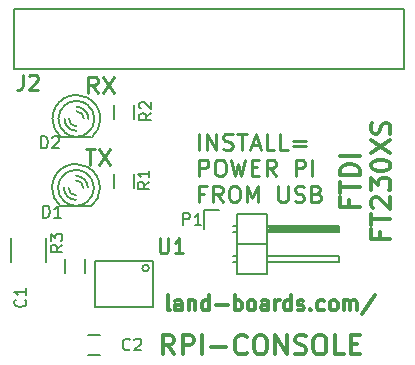
<source format=gto>
G04 #@! TF.FileFunction,Legend,Top*
%FSLAX46Y46*%
G04 Gerber Fmt 4.6, Leading zero omitted, Abs format (unit mm)*
G04 Created by KiCad (PCBNEW 4.0.1-stable) date 7/13/2016 10:57:54 AM*
%MOMM*%
G01*
G04 APERTURE LIST*
%ADD10C,0.150000*%
%ADD11C,0.254000*%
%ADD12C,0.300000*%
%ADD13C,0.127000*%
%ADD14C,0.203200*%
G04 APERTURE END LIST*
D10*
D11*
X144663048Y-85424976D02*
X145461333Y-85424976D01*
X145062190Y-86821976D02*
X145062190Y-85424976D01*
X145793952Y-85424976D02*
X146725286Y-86821976D01*
X146725286Y-85424976D02*
X145793952Y-86821976D01*
X145680905Y-80721976D02*
X145215238Y-80056738D01*
X144882619Y-80721976D02*
X144882619Y-79324976D01*
X145414810Y-79324976D01*
X145547857Y-79391500D01*
X145614381Y-79458024D01*
X145680905Y-79591071D01*
X145680905Y-79790643D01*
X145614381Y-79923690D01*
X145547857Y-79990214D01*
X145414810Y-80056738D01*
X144882619Y-80056738D01*
X146146571Y-79324976D02*
X147077905Y-80721976D01*
X147077905Y-79324976D02*
X146146571Y-80721976D01*
D12*
X166996371Y-89791690D02*
X166996371Y-90342024D01*
X167861181Y-90342024D02*
X166210181Y-90342024D01*
X166210181Y-89555833D01*
X166210181Y-89162738D02*
X166210181Y-88219309D01*
X167861181Y-88691024D02*
X166210181Y-88691024D01*
X167861181Y-87668976D02*
X166210181Y-87668976D01*
X166210181Y-87275881D01*
X166288800Y-87040023D01*
X166446038Y-86882785D01*
X166603276Y-86804166D01*
X166917752Y-86725547D01*
X167153610Y-86725547D01*
X167468086Y-86804166D01*
X167625324Y-86882785D01*
X167782562Y-87040023D01*
X167861181Y-87275881D01*
X167861181Y-87668976D01*
X167861181Y-86017976D02*
X166210181Y-86017976D01*
X169607771Y-92504047D02*
X169607771Y-93054381D01*
X170472581Y-93054381D02*
X168821581Y-93054381D01*
X168821581Y-92268190D01*
X168821581Y-91875095D02*
X168821581Y-90931666D01*
X170472581Y-91403381D02*
X168821581Y-91403381D01*
X168978819Y-90459952D02*
X168900200Y-90381333D01*
X168821581Y-90224095D01*
X168821581Y-89830999D01*
X168900200Y-89673761D01*
X168978819Y-89595142D01*
X169136057Y-89516523D01*
X169293295Y-89516523D01*
X169529152Y-89595142D01*
X170472581Y-90538571D01*
X170472581Y-89516523D01*
X168821581Y-88966190D02*
X168821581Y-87944142D01*
X169450533Y-88494476D01*
X169450533Y-88258618D01*
X169529152Y-88101380D01*
X169607771Y-88022761D01*
X169765010Y-87944142D01*
X170158105Y-87944142D01*
X170315343Y-88022761D01*
X170393962Y-88101380D01*
X170472581Y-88258618D01*
X170472581Y-88730333D01*
X170393962Y-88887571D01*
X170315343Y-88966190D01*
X168821581Y-86922095D02*
X168821581Y-86764856D01*
X168900200Y-86607618D01*
X168978819Y-86528999D01*
X169136057Y-86450380D01*
X169450533Y-86371761D01*
X169843629Y-86371761D01*
X170158105Y-86450380D01*
X170315343Y-86528999D01*
X170393962Y-86607618D01*
X170472581Y-86764856D01*
X170472581Y-86922095D01*
X170393962Y-87079333D01*
X170315343Y-87157952D01*
X170158105Y-87236571D01*
X169843629Y-87315190D01*
X169450533Y-87315190D01*
X169136057Y-87236571D01*
X168978819Y-87157952D01*
X168900200Y-87079333D01*
X168821581Y-86922095D01*
X168821581Y-85821428D02*
X170472581Y-84720761D01*
X168821581Y-84720761D02*
X170472581Y-85821428D01*
X170393962Y-84170428D02*
X170472581Y-83934571D01*
X170472581Y-83541475D01*
X170393962Y-83384237D01*
X170315343Y-83305618D01*
X170158105Y-83226999D01*
X170000867Y-83226999D01*
X169843629Y-83305618D01*
X169765010Y-83384237D01*
X169686390Y-83541475D01*
X169607771Y-83855952D01*
X169529152Y-84013190D01*
X169450533Y-84091809D01*
X169293295Y-84170428D01*
X169136057Y-84170428D01*
X168978819Y-84091809D01*
X168900200Y-84013190D01*
X168821581Y-83855952D01*
X168821581Y-83462856D01*
X168900200Y-83226999D01*
D11*
X154256619Y-85544176D02*
X154256619Y-84147176D01*
X154921857Y-85544176D02*
X154921857Y-84147176D01*
X155720143Y-85544176D01*
X155720143Y-84147176D01*
X156318857Y-85477652D02*
X156518429Y-85544176D01*
X156851048Y-85544176D01*
X156984095Y-85477652D01*
X157050619Y-85411129D01*
X157117143Y-85278081D01*
X157117143Y-85145033D01*
X157050619Y-85011986D01*
X156984095Y-84945462D01*
X156851048Y-84878938D01*
X156584952Y-84812414D01*
X156451905Y-84745890D01*
X156385381Y-84679367D01*
X156318857Y-84546319D01*
X156318857Y-84413271D01*
X156385381Y-84280224D01*
X156451905Y-84213700D01*
X156584952Y-84147176D01*
X156917572Y-84147176D01*
X157117143Y-84213700D01*
X157516286Y-84147176D02*
X158314571Y-84147176D01*
X157915428Y-85544176D02*
X157915428Y-84147176D01*
X158713714Y-85145033D02*
X159378952Y-85145033D01*
X158580667Y-85544176D02*
X159046333Y-84147176D01*
X159512000Y-85544176D01*
X160642905Y-85544176D02*
X159977667Y-85544176D01*
X159977667Y-84147176D01*
X161773810Y-85544176D02*
X161108572Y-85544176D01*
X161108572Y-84147176D01*
X162239477Y-84812414D02*
X163303858Y-84812414D01*
X163303858Y-85211557D02*
X162239477Y-85211557D01*
X154256619Y-87753976D02*
X154256619Y-86356976D01*
X154788810Y-86356976D01*
X154921857Y-86423500D01*
X154988381Y-86490024D01*
X155054905Y-86623071D01*
X155054905Y-86822643D01*
X154988381Y-86955690D01*
X154921857Y-87022214D01*
X154788810Y-87088738D01*
X154256619Y-87088738D01*
X155919714Y-86356976D02*
X156185810Y-86356976D01*
X156318857Y-86423500D01*
X156451905Y-86556548D01*
X156518429Y-86822643D01*
X156518429Y-87288310D01*
X156451905Y-87554405D01*
X156318857Y-87687452D01*
X156185810Y-87753976D01*
X155919714Y-87753976D01*
X155786667Y-87687452D01*
X155653619Y-87554405D01*
X155587095Y-87288310D01*
X155587095Y-86822643D01*
X155653619Y-86556548D01*
X155786667Y-86423500D01*
X155919714Y-86356976D01*
X156984095Y-86356976D02*
X157316714Y-87753976D01*
X157582810Y-86756119D01*
X157848905Y-87753976D01*
X158181524Y-86356976D01*
X158713714Y-87022214D02*
X159179381Y-87022214D01*
X159378952Y-87753976D02*
X158713714Y-87753976D01*
X158713714Y-86356976D01*
X159378952Y-86356976D01*
X160775952Y-87753976D02*
X160310285Y-87088738D01*
X159977666Y-87753976D02*
X159977666Y-86356976D01*
X160509857Y-86356976D01*
X160642904Y-86423500D01*
X160709428Y-86490024D01*
X160775952Y-86623071D01*
X160775952Y-86822643D01*
X160709428Y-86955690D01*
X160642904Y-87022214D01*
X160509857Y-87088738D01*
X159977666Y-87088738D01*
X162439047Y-87753976D02*
X162439047Y-86356976D01*
X162971238Y-86356976D01*
X163104285Y-86423500D01*
X163170809Y-86490024D01*
X163237333Y-86623071D01*
X163237333Y-86822643D01*
X163170809Y-86955690D01*
X163104285Y-87022214D01*
X162971238Y-87088738D01*
X162439047Y-87088738D01*
X163836047Y-87753976D02*
X163836047Y-86356976D01*
X154722286Y-89232014D02*
X154256619Y-89232014D01*
X154256619Y-89963776D02*
X154256619Y-88566776D01*
X154921857Y-88566776D01*
X156252334Y-89963776D02*
X155786667Y-89298538D01*
X155454048Y-89963776D02*
X155454048Y-88566776D01*
X155986239Y-88566776D01*
X156119286Y-88633300D01*
X156185810Y-88699824D01*
X156252334Y-88832871D01*
X156252334Y-89032443D01*
X156185810Y-89165490D01*
X156119286Y-89232014D01*
X155986239Y-89298538D01*
X155454048Y-89298538D01*
X157117143Y-88566776D02*
X157383239Y-88566776D01*
X157516286Y-88633300D01*
X157649334Y-88766348D01*
X157715858Y-89032443D01*
X157715858Y-89498110D01*
X157649334Y-89764205D01*
X157516286Y-89897252D01*
X157383239Y-89963776D01*
X157117143Y-89963776D01*
X156984096Y-89897252D01*
X156851048Y-89764205D01*
X156784524Y-89498110D01*
X156784524Y-89032443D01*
X156851048Y-88766348D01*
X156984096Y-88633300D01*
X157117143Y-88566776D01*
X158314572Y-89963776D02*
X158314572Y-88566776D01*
X158780239Y-89564633D01*
X159245905Y-88566776D01*
X159245905Y-89963776D01*
X160975524Y-88566776D02*
X160975524Y-89697681D01*
X161042048Y-89830729D01*
X161108572Y-89897252D01*
X161241619Y-89963776D01*
X161507715Y-89963776D01*
X161640762Y-89897252D01*
X161707286Y-89830729D01*
X161773810Y-89697681D01*
X161773810Y-88566776D01*
X162372524Y-89897252D02*
X162572096Y-89963776D01*
X162904715Y-89963776D01*
X163037762Y-89897252D01*
X163104286Y-89830729D01*
X163170810Y-89697681D01*
X163170810Y-89564633D01*
X163104286Y-89431586D01*
X163037762Y-89365062D01*
X162904715Y-89298538D01*
X162638619Y-89232014D01*
X162505572Y-89165490D01*
X162439048Y-89098967D01*
X162372524Y-88965919D01*
X162372524Y-88832871D01*
X162439048Y-88699824D01*
X162505572Y-88633300D01*
X162638619Y-88566776D01*
X162971239Y-88566776D01*
X163170810Y-88633300D01*
X164235191Y-89232014D02*
X164434762Y-89298538D01*
X164501286Y-89365062D01*
X164567810Y-89498110D01*
X164567810Y-89697681D01*
X164501286Y-89830729D01*
X164434762Y-89897252D01*
X164301715Y-89963776D01*
X163769524Y-89963776D01*
X163769524Y-88566776D01*
X164235191Y-88566776D01*
X164368238Y-88633300D01*
X164434762Y-88699824D01*
X164501286Y-88832871D01*
X164501286Y-88965919D01*
X164434762Y-89098967D01*
X164368238Y-89165490D01*
X164235191Y-89232014D01*
X163769524Y-89232014D01*
D12*
X151777095Y-99126524D02*
X151656142Y-99066048D01*
X151595666Y-98945095D01*
X151595666Y-97856524D01*
X152805190Y-99126524D02*
X152805190Y-98461286D01*
X152744713Y-98340333D01*
X152623761Y-98279857D01*
X152381856Y-98279857D01*
X152260904Y-98340333D01*
X152805190Y-99066048D02*
X152684237Y-99126524D01*
X152381856Y-99126524D01*
X152260904Y-99066048D01*
X152200428Y-98945095D01*
X152200428Y-98824143D01*
X152260904Y-98703190D01*
X152381856Y-98642714D01*
X152684237Y-98642714D01*
X152805190Y-98582238D01*
X153409952Y-98279857D02*
X153409952Y-99126524D01*
X153409952Y-98400810D02*
X153470428Y-98340333D01*
X153591381Y-98279857D01*
X153772809Y-98279857D01*
X153893761Y-98340333D01*
X153954238Y-98461286D01*
X153954238Y-99126524D01*
X155103286Y-99126524D02*
X155103286Y-97856524D01*
X155103286Y-99066048D02*
X154982333Y-99126524D01*
X154740429Y-99126524D01*
X154619476Y-99066048D01*
X154559000Y-99005571D01*
X154498524Y-98884619D01*
X154498524Y-98521762D01*
X154559000Y-98400810D01*
X154619476Y-98340333D01*
X154740429Y-98279857D01*
X154982333Y-98279857D01*
X155103286Y-98340333D01*
X155708048Y-98642714D02*
X156675667Y-98642714D01*
X157280429Y-99126524D02*
X157280429Y-97856524D01*
X157280429Y-98340333D02*
X157401381Y-98279857D01*
X157643286Y-98279857D01*
X157764238Y-98340333D01*
X157824715Y-98400810D01*
X157885191Y-98521762D01*
X157885191Y-98884619D01*
X157824715Y-99005571D01*
X157764238Y-99066048D01*
X157643286Y-99126524D01*
X157401381Y-99126524D01*
X157280429Y-99066048D01*
X158610906Y-99126524D02*
X158489953Y-99066048D01*
X158429477Y-99005571D01*
X158369001Y-98884619D01*
X158369001Y-98521762D01*
X158429477Y-98400810D01*
X158489953Y-98340333D01*
X158610906Y-98279857D01*
X158792334Y-98279857D01*
X158913286Y-98340333D01*
X158973763Y-98400810D01*
X159034239Y-98521762D01*
X159034239Y-98884619D01*
X158973763Y-99005571D01*
X158913286Y-99066048D01*
X158792334Y-99126524D01*
X158610906Y-99126524D01*
X160122811Y-99126524D02*
X160122811Y-98461286D01*
X160062334Y-98340333D01*
X159941382Y-98279857D01*
X159699477Y-98279857D01*
X159578525Y-98340333D01*
X160122811Y-99066048D02*
X160001858Y-99126524D01*
X159699477Y-99126524D01*
X159578525Y-99066048D01*
X159518049Y-98945095D01*
X159518049Y-98824143D01*
X159578525Y-98703190D01*
X159699477Y-98642714D01*
X160001858Y-98642714D01*
X160122811Y-98582238D01*
X160727573Y-99126524D02*
X160727573Y-98279857D01*
X160727573Y-98521762D02*
X160788049Y-98400810D01*
X160848525Y-98340333D01*
X160969478Y-98279857D01*
X161090430Y-98279857D01*
X162058049Y-99126524D02*
X162058049Y-97856524D01*
X162058049Y-99066048D02*
X161937096Y-99126524D01*
X161695192Y-99126524D01*
X161574239Y-99066048D01*
X161513763Y-99005571D01*
X161453287Y-98884619D01*
X161453287Y-98521762D01*
X161513763Y-98400810D01*
X161574239Y-98340333D01*
X161695192Y-98279857D01*
X161937096Y-98279857D01*
X162058049Y-98340333D01*
X162602335Y-99066048D02*
X162723287Y-99126524D01*
X162965192Y-99126524D01*
X163086144Y-99066048D01*
X163146620Y-98945095D01*
X163146620Y-98884619D01*
X163086144Y-98763667D01*
X162965192Y-98703190D01*
X162783763Y-98703190D01*
X162662811Y-98642714D01*
X162602335Y-98521762D01*
X162602335Y-98461286D01*
X162662811Y-98340333D01*
X162783763Y-98279857D01*
X162965192Y-98279857D01*
X163086144Y-98340333D01*
X163690906Y-99005571D02*
X163751382Y-99066048D01*
X163690906Y-99126524D01*
X163630430Y-99066048D01*
X163690906Y-99005571D01*
X163690906Y-99126524D01*
X164839954Y-99066048D02*
X164719001Y-99126524D01*
X164477097Y-99126524D01*
X164356144Y-99066048D01*
X164295668Y-99005571D01*
X164235192Y-98884619D01*
X164235192Y-98521762D01*
X164295668Y-98400810D01*
X164356144Y-98340333D01*
X164477097Y-98279857D01*
X164719001Y-98279857D01*
X164839954Y-98340333D01*
X165565668Y-99126524D02*
X165444715Y-99066048D01*
X165384239Y-99005571D01*
X165323763Y-98884619D01*
X165323763Y-98521762D01*
X165384239Y-98400810D01*
X165444715Y-98340333D01*
X165565668Y-98279857D01*
X165747096Y-98279857D01*
X165868048Y-98340333D01*
X165928525Y-98400810D01*
X165989001Y-98521762D01*
X165989001Y-98884619D01*
X165928525Y-99005571D01*
X165868048Y-99066048D01*
X165747096Y-99126524D01*
X165565668Y-99126524D01*
X166533287Y-99126524D02*
X166533287Y-98279857D01*
X166533287Y-98400810D02*
X166593763Y-98340333D01*
X166714716Y-98279857D01*
X166896144Y-98279857D01*
X167017096Y-98340333D01*
X167077573Y-98461286D01*
X167077573Y-99126524D01*
X167077573Y-98461286D02*
X167138049Y-98340333D01*
X167259001Y-98279857D01*
X167440430Y-98279857D01*
X167561382Y-98340333D01*
X167621858Y-98461286D01*
X167621858Y-99126524D01*
X169133763Y-97796048D02*
X168045191Y-99428905D01*
X152161120Y-102854881D02*
X151610786Y-102068690D01*
X151217691Y-102854881D02*
X151217691Y-101203881D01*
X151846644Y-101203881D01*
X152003882Y-101282500D01*
X152082501Y-101361119D01*
X152161120Y-101518357D01*
X152161120Y-101754214D01*
X152082501Y-101911452D01*
X152003882Y-101990071D01*
X151846644Y-102068690D01*
X151217691Y-102068690D01*
X152868691Y-102854881D02*
X152868691Y-101203881D01*
X153497644Y-101203881D01*
X153654882Y-101282500D01*
X153733501Y-101361119D01*
X153812120Y-101518357D01*
X153812120Y-101754214D01*
X153733501Y-101911452D01*
X153654882Y-101990071D01*
X153497644Y-102068690D01*
X152868691Y-102068690D01*
X154519691Y-102854881D02*
X154519691Y-101203881D01*
X155305881Y-102225929D02*
X156563786Y-102225929D01*
X158293405Y-102697643D02*
X158214786Y-102776262D01*
X157978929Y-102854881D01*
X157821691Y-102854881D01*
X157585833Y-102776262D01*
X157428595Y-102619024D01*
X157349976Y-102461786D01*
X157271357Y-102147310D01*
X157271357Y-101911452D01*
X157349976Y-101596976D01*
X157428595Y-101439738D01*
X157585833Y-101282500D01*
X157821691Y-101203881D01*
X157978929Y-101203881D01*
X158214786Y-101282500D01*
X158293405Y-101361119D01*
X159315452Y-101203881D02*
X159629929Y-101203881D01*
X159787167Y-101282500D01*
X159944405Y-101439738D01*
X160023024Y-101754214D01*
X160023024Y-102304548D01*
X159944405Y-102619024D01*
X159787167Y-102776262D01*
X159629929Y-102854881D01*
X159315452Y-102854881D01*
X159158214Y-102776262D01*
X159000976Y-102619024D01*
X158922357Y-102304548D01*
X158922357Y-101754214D01*
X159000976Y-101439738D01*
X159158214Y-101282500D01*
X159315452Y-101203881D01*
X160730595Y-102854881D02*
X160730595Y-101203881D01*
X161674024Y-102854881D01*
X161674024Y-101203881D01*
X162381595Y-102776262D02*
X162617452Y-102854881D01*
X163010548Y-102854881D01*
X163167786Y-102776262D01*
X163246405Y-102697643D01*
X163325024Y-102540405D01*
X163325024Y-102383167D01*
X163246405Y-102225929D01*
X163167786Y-102147310D01*
X163010548Y-102068690D01*
X162696071Y-101990071D01*
X162538833Y-101911452D01*
X162460214Y-101832833D01*
X162381595Y-101675595D01*
X162381595Y-101518357D01*
X162460214Y-101361119D01*
X162538833Y-101282500D01*
X162696071Y-101203881D01*
X163089167Y-101203881D01*
X163325024Y-101282500D01*
X164347071Y-101203881D02*
X164661548Y-101203881D01*
X164818786Y-101282500D01*
X164976024Y-101439738D01*
X165054643Y-101754214D01*
X165054643Y-102304548D01*
X164976024Y-102619024D01*
X164818786Y-102776262D01*
X164661548Y-102854881D01*
X164347071Y-102854881D01*
X164189833Y-102776262D01*
X164032595Y-102619024D01*
X163953976Y-102304548D01*
X163953976Y-101754214D01*
X164032595Y-101439738D01*
X164189833Y-101282500D01*
X164347071Y-101203881D01*
X166548405Y-102854881D02*
X165762214Y-102854881D01*
X165762214Y-101203881D01*
X167098738Y-101990071D02*
X167649072Y-101990071D01*
X167884929Y-102854881D02*
X167098738Y-102854881D01*
X167098738Y-101203881D01*
X167884929Y-101203881D01*
D10*
X138325000Y-93000000D02*
X138325000Y-95000000D01*
X141275000Y-95000000D02*
X141275000Y-93000000D01*
D13*
X150382500Y-94907500D02*
X145429500Y-94907500D01*
X145429500Y-94907500D02*
X145429500Y-98844500D01*
X145429500Y-98844500D02*
X150382500Y-98844500D01*
X150382500Y-98844500D02*
X150382500Y-94907500D01*
X150031481Y-95542500D02*
G75*
G03X150031481Y-95542500I-283981J0D01*
G01*
D14*
X138635000Y-78715000D02*
X171655000Y-78715000D01*
X171655000Y-73635000D02*
X138635000Y-73635000D01*
X138635000Y-73635000D02*
X138635000Y-78715000D01*
X171655000Y-78715000D02*
X171655000Y-73635000D01*
D10*
X142572000Y-90322800D02*
X145112000Y-90322800D01*
X144817527Y-87577136D02*
G75*
G03X143842000Y-87224000I-975527J-1170864D01*
G01*
X143841531Y-87225889D02*
G75*
G03X142831080Y-87610080I469J-1522111D01*
G01*
X143842034Y-90270147D02*
G75*
G03X144832600Y-89903700I-34J1522147D01*
G01*
X142866473Y-89918864D02*
G75*
G03X143842000Y-90272000I975527J1170864D01*
G01*
X144729155Y-89987166D02*
G75*
G03X145366000Y-88748000I-887155J1239166D01*
G01*
X145366000Y-88747199D02*
G75*
G03X144756400Y-87528800I-1524000J-801D01*
G01*
X142319794Y-88748442D02*
G75*
G03X142907280Y-89949420I1522206J442D01*
G01*
X142905829Y-87545436D02*
G75*
G03X142318000Y-88748000I936171J-1202564D01*
G01*
X144477000Y-88748000D02*
G75*
G03X143842000Y-88113000I-635000J0D01*
G01*
X144858000Y-88748000D02*
G75*
G03X143842000Y-87732000I-1016000J0D01*
G01*
X143207000Y-88748000D02*
G75*
G03X143842000Y-89383000I635000J0D01*
G01*
X142826000Y-88748000D02*
G75*
G03X143842000Y-89764000I1016000J0D01*
G01*
X145145426Y-90306880D02*
G75*
G03X145874000Y-88748000I-1303426J1558880D01*
G01*
X145871460Y-88747025D02*
G75*
G03X144797040Y-86957300I-2029460J-975D01*
G01*
X141812614Y-88750552D02*
G75*
G03X142531360Y-90297400I2029386J2552D01*
G01*
X142832149Y-86984701D02*
G75*
G03X141810000Y-88748000I1009851J-1763299D01*
G01*
X144805347Y-86958870D02*
G75*
G03X143842000Y-86716000I-963347J-1789130D01*
G01*
X143841900Y-86717077D02*
G75*
G03X142777740Y-87018260I100J-2030923D01*
G01*
X142610000Y-84478800D02*
X145150000Y-84478800D01*
X144855527Y-81733136D02*
G75*
G03X143880000Y-81380000I-975527J-1170864D01*
G01*
X143879531Y-81381889D02*
G75*
G03X142869080Y-81766080I469J-1522111D01*
G01*
X143880034Y-84426147D02*
G75*
G03X144870600Y-84059700I-34J1522147D01*
G01*
X142904473Y-84074864D02*
G75*
G03X143880000Y-84428000I975527J1170864D01*
G01*
X144767155Y-84143166D02*
G75*
G03X145404000Y-82904000I-887155J1239166D01*
G01*
X145404000Y-82903199D02*
G75*
G03X144794400Y-81684800I-1524000J-801D01*
G01*
X142357794Y-82904442D02*
G75*
G03X142945280Y-84105420I1522206J442D01*
G01*
X142943829Y-81701436D02*
G75*
G03X142356000Y-82904000I936171J-1202564D01*
G01*
X144515000Y-82904000D02*
G75*
G03X143880000Y-82269000I-635000J0D01*
G01*
X144896000Y-82904000D02*
G75*
G03X143880000Y-81888000I-1016000J0D01*
G01*
X143245000Y-82904000D02*
G75*
G03X143880000Y-83539000I635000J0D01*
G01*
X142864000Y-82904000D02*
G75*
G03X143880000Y-83920000I1016000J0D01*
G01*
X145183426Y-84462880D02*
G75*
G03X145912000Y-82904000I-1303426J1558880D01*
G01*
X145909460Y-82903025D02*
G75*
G03X144835040Y-81113300I-2029460J-975D01*
G01*
X141850614Y-82906552D02*
G75*
G03X142569360Y-84453400I2029386J2552D01*
G01*
X142870149Y-81140701D02*
G75*
G03X141848000Y-82904000I1009851J-1763299D01*
G01*
X144843347Y-81114870D02*
G75*
G03X143880000Y-80872000I-963347J-1789130D01*
G01*
X143879900Y-80873077D02*
G75*
G03X142815740Y-81174260I100J-2030923D01*
G01*
X144635000Y-94740000D02*
X144635000Y-95940000D01*
X142885000Y-95940000D02*
X142885000Y-94740000D01*
X144866000Y-102933000D02*
X145866000Y-102933000D01*
X145866000Y-101233000D02*
X144866000Y-101233000D01*
X148781000Y-87576500D02*
X148781000Y-88776500D01*
X147031000Y-88776500D02*
X147031000Y-87576500D01*
X148781000Y-81734500D02*
X148781000Y-82934500D01*
X147031000Y-82934500D02*
X147031000Y-81734500D01*
X154656000Y-90652000D02*
X154656000Y-92202000D01*
X155956000Y-90652000D02*
X154656000Y-90652000D01*
X160147000Y-92075000D02*
X165989000Y-92075000D01*
X165989000Y-92075000D02*
X165989000Y-92329000D01*
X165989000Y-92329000D02*
X160147000Y-92329000D01*
X160147000Y-92329000D02*
X160147000Y-92202000D01*
X160147000Y-92202000D02*
X165989000Y-92202000D01*
X157480000Y-91948000D02*
X157099000Y-91948000D01*
X157480000Y-92456000D02*
X157099000Y-92456000D01*
X157480000Y-94488000D02*
X157099000Y-94488000D01*
X157480000Y-94996000D02*
X157099000Y-94996000D01*
X157480000Y-90932000D02*
X160020000Y-90932000D01*
X157480000Y-93472000D02*
X160020000Y-93472000D01*
X157480000Y-93472000D02*
X157480000Y-96012000D01*
X157480000Y-96012000D02*
X160020000Y-96012000D01*
X160020000Y-94488000D02*
X166116000Y-94488000D01*
X166116000Y-94488000D02*
X166116000Y-94996000D01*
X166116000Y-94996000D02*
X160020000Y-94996000D01*
X160020000Y-96012000D02*
X160020000Y-93472000D01*
X160020000Y-93472000D02*
X160020000Y-90932000D01*
X166116000Y-92456000D02*
X160020000Y-92456000D01*
X166116000Y-91948000D02*
X166116000Y-92456000D01*
X160020000Y-91948000D02*
X166116000Y-91948000D01*
X157480000Y-93472000D02*
X160020000Y-93472000D01*
X157480000Y-90932000D02*
X157480000Y-93472000D01*
X139537143Y-98216666D02*
X139584762Y-98264285D01*
X139632381Y-98407142D01*
X139632381Y-98502380D01*
X139584762Y-98645238D01*
X139489524Y-98740476D01*
X139394286Y-98788095D01*
X139203810Y-98835714D01*
X139060952Y-98835714D01*
X138870476Y-98788095D01*
X138775238Y-98740476D01*
X138680000Y-98645238D01*
X138632381Y-98502380D01*
X138632381Y-98407142D01*
X138680000Y-98264285D01*
X138727619Y-98216666D01*
X139632381Y-97264285D02*
X139632381Y-97835714D01*
X139632381Y-97550000D02*
X138632381Y-97550000D01*
X138775238Y-97645238D01*
X138870476Y-97740476D01*
X138918095Y-97835714D01*
D11*
X150924381Y-93030524D02*
X150924381Y-94058619D01*
X150984857Y-94179571D01*
X151045333Y-94240048D01*
X151166286Y-94300524D01*
X151408190Y-94300524D01*
X151529143Y-94240048D01*
X151589619Y-94179571D01*
X151650095Y-94058619D01*
X151650095Y-93030524D01*
X152920095Y-94300524D02*
X152194381Y-94300524D01*
X152557238Y-94300524D02*
X152557238Y-93030524D01*
X152436286Y-93211952D01*
X152315333Y-93332905D01*
X152194381Y-93393381D01*
X139354667Y-79162524D02*
X139354667Y-80069667D01*
X139294191Y-80251095D01*
X139173239Y-80372048D01*
X138991810Y-80432524D01*
X138870858Y-80432524D01*
X139898953Y-79283476D02*
X139959429Y-79223000D01*
X140080381Y-79162524D01*
X140382762Y-79162524D01*
X140503715Y-79223000D01*
X140564191Y-79283476D01*
X140624667Y-79404429D01*
X140624667Y-79525381D01*
X140564191Y-79706810D01*
X139838477Y-80432524D01*
X140624667Y-80432524D01*
D10*
X141061905Y-91262381D02*
X141061905Y-90262381D01*
X141300000Y-90262381D01*
X141442858Y-90310000D01*
X141538096Y-90405238D01*
X141585715Y-90500476D01*
X141633334Y-90690952D01*
X141633334Y-90833810D01*
X141585715Y-91024286D01*
X141538096Y-91119524D01*
X141442858Y-91214762D01*
X141300000Y-91262381D01*
X141061905Y-91262381D01*
X142585715Y-91262381D02*
X142014286Y-91262381D01*
X142300000Y-91262381D02*
X142300000Y-90262381D01*
X142204762Y-90405238D01*
X142109524Y-90500476D01*
X142014286Y-90548095D01*
X140891905Y-85392381D02*
X140891905Y-84392381D01*
X141130000Y-84392381D01*
X141272858Y-84440000D01*
X141368096Y-84535238D01*
X141415715Y-84630476D01*
X141463334Y-84820952D01*
X141463334Y-84963810D01*
X141415715Y-85154286D01*
X141368096Y-85249524D01*
X141272858Y-85344762D01*
X141130000Y-85392381D01*
X140891905Y-85392381D01*
X141844286Y-84487619D02*
X141891905Y-84440000D01*
X141987143Y-84392381D01*
X142225239Y-84392381D01*
X142320477Y-84440000D01*
X142368096Y-84487619D01*
X142415715Y-84582857D01*
X142415715Y-84678095D01*
X142368096Y-84820952D01*
X141796667Y-85392381D01*
X142415715Y-85392381D01*
X142702381Y-93576666D02*
X142226190Y-93910000D01*
X142702381Y-94148095D02*
X141702381Y-94148095D01*
X141702381Y-93767142D01*
X141750000Y-93671904D01*
X141797619Y-93624285D01*
X141892857Y-93576666D01*
X142035714Y-93576666D01*
X142130952Y-93624285D01*
X142178571Y-93671904D01*
X142226190Y-93767142D01*
X142226190Y-94148095D01*
X141702381Y-93243333D02*
X141702381Y-92624285D01*
X142083333Y-92957619D01*
X142083333Y-92814761D01*
X142130952Y-92719523D01*
X142178571Y-92671904D01*
X142273810Y-92624285D01*
X142511905Y-92624285D01*
X142607143Y-92671904D01*
X142654762Y-92719523D01*
X142702381Y-92814761D01*
X142702381Y-93100476D01*
X142654762Y-93195714D01*
X142607143Y-93243333D01*
X148403334Y-102417143D02*
X148355715Y-102464762D01*
X148212858Y-102512381D01*
X148117620Y-102512381D01*
X147974762Y-102464762D01*
X147879524Y-102369524D01*
X147831905Y-102274286D01*
X147784286Y-102083810D01*
X147784286Y-101940952D01*
X147831905Y-101750476D01*
X147879524Y-101655238D01*
X147974762Y-101560000D01*
X148117620Y-101512381D01*
X148212858Y-101512381D01*
X148355715Y-101560000D01*
X148403334Y-101607619D01*
X148784286Y-101607619D02*
X148831905Y-101560000D01*
X148927143Y-101512381D01*
X149165239Y-101512381D01*
X149260477Y-101560000D01*
X149308096Y-101607619D01*
X149355715Y-101702857D01*
X149355715Y-101798095D01*
X149308096Y-101940952D01*
X148736667Y-102512381D01*
X149355715Y-102512381D01*
X150062381Y-88236666D02*
X149586190Y-88570000D01*
X150062381Y-88808095D02*
X149062381Y-88808095D01*
X149062381Y-88427142D01*
X149110000Y-88331904D01*
X149157619Y-88284285D01*
X149252857Y-88236666D01*
X149395714Y-88236666D01*
X149490952Y-88284285D01*
X149538571Y-88331904D01*
X149586190Y-88427142D01*
X149586190Y-88808095D01*
X150062381Y-87284285D02*
X150062381Y-87855714D01*
X150062381Y-87570000D02*
X149062381Y-87570000D01*
X149205238Y-87665238D01*
X149300476Y-87760476D01*
X149348095Y-87855714D01*
X150212381Y-82406666D02*
X149736190Y-82740000D01*
X150212381Y-82978095D02*
X149212381Y-82978095D01*
X149212381Y-82597142D01*
X149260000Y-82501904D01*
X149307619Y-82454285D01*
X149402857Y-82406666D01*
X149545714Y-82406666D01*
X149640952Y-82454285D01*
X149688571Y-82501904D01*
X149736190Y-82597142D01*
X149736190Y-82978095D01*
X149307619Y-82025714D02*
X149260000Y-81978095D01*
X149212381Y-81882857D01*
X149212381Y-81644761D01*
X149260000Y-81549523D01*
X149307619Y-81501904D01*
X149402857Y-81454285D01*
X149498095Y-81454285D01*
X149640952Y-81501904D01*
X150212381Y-82073333D01*
X150212381Y-81454285D01*
X152931905Y-91892381D02*
X152931905Y-90892381D01*
X153312858Y-90892381D01*
X153408096Y-90940000D01*
X153455715Y-90987619D01*
X153503334Y-91082857D01*
X153503334Y-91225714D01*
X153455715Y-91320952D01*
X153408096Y-91368571D01*
X153312858Y-91416190D01*
X152931905Y-91416190D01*
X154455715Y-91892381D02*
X153884286Y-91892381D01*
X154170000Y-91892381D02*
X154170000Y-90892381D01*
X154074762Y-91035238D01*
X153979524Y-91130476D01*
X153884286Y-91178095D01*
M02*

</source>
